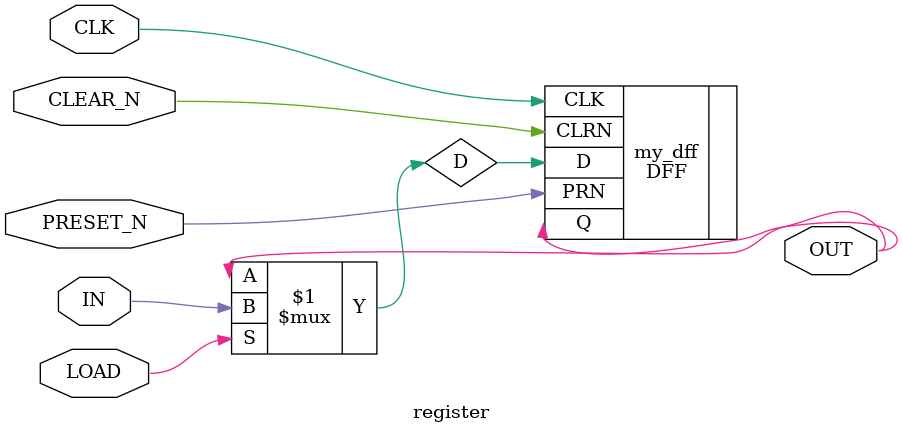
<source format=v>
module register(IN, LOAD, CLK, OUT, PRESET_N, CLEAR_N);
	input IN, LOAD, CLK, PRESET_N, CLEAR_N;
	output OUT;
	assign D = LOAD ? IN : OUT;
	DFF my_dff(.D(D), .CLK(CLK), .PRN(PRESET_N), .CLRN(CLEAR_N), .Q(OUT));
endmodule
</source>
